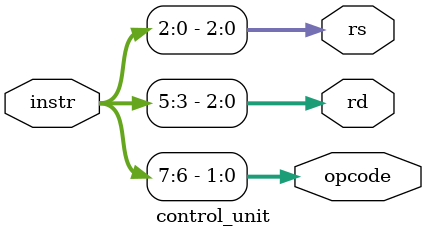
<source format=v>
module control_unit (
    input [7:0] instr,
    output [1:0] opcode,
    output [2:0] rd, rs
);
    assign opcode = instr[7:6];
    assign rd     = instr[5:3];
    assign rs     = instr[2:0];
endmodule

</source>
